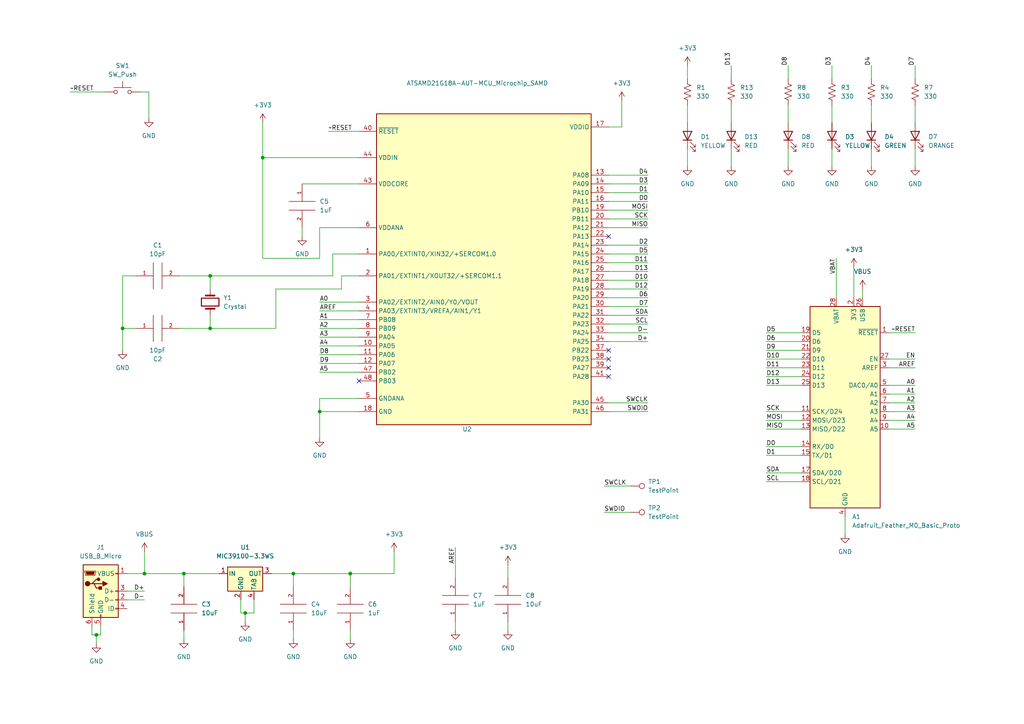
<source format=kicad_sch>
(kicad_sch (version 20211123) (generator eeschema)
  (paper "A4")
  (lib_symbols
    (symbol "Connector:TestPoint" (pin_numbers hide) (pin_names (offset 0.762) hide)
      (property "Reference" "TP" (at 0 6.858 0))
      (property "Value" "TestPoint" (at 0 5.08 0))
      (symbol "TestPoint_0_1"
        (circle (center 0 3.302) (radius 0.762))
      )
      (symbol "TestPoint_1_1"
        (pin passive line (at 0 0 90) (length 2.54) (name "1") (number "1"))
      )
    )
    (symbol "Connector:USB_B_Micro" (pin_names (offset 1.016))
      (property "Reference" "J" (at -5.08 11.43 0))
      (property "Value" "USB_B_Micro" (at -5.08 8.89 0))
      (symbol "USB_B_Micro_0_1"
        (rectangle (start -5.08 -7.62) (end 5.08 7.62) (stroke (width 0.254)) (fill (type background)))
        (circle (center -3.81 2.159) (radius 0.635) (stroke (width 0.254)) (fill (type outline)))
        (circle (center -0.635 3.429) (radius 0.381) (stroke (width 0.254)) (fill (type outline)))
        (rectangle (start -0.127 -7.62) (end 0.127 -6.858))
        (polyline (pts (xy -1.905 2.159) (xy 0.635 2.159)) (stroke (width 0.254)))
        (polyline (pts (xy -3.175 2.159) (xy -2.54 2.159) (xy -1.27 3.429) (xy -0.635 3.429)) (stroke (width 0.254)))
        (polyline (pts (xy -2.54 2.159) (xy -1.905 2.159) (xy -1.27 0.889) (xy 0 0.889)) (stroke (width 0.254)))
        (polyline (pts (xy 0.635 2.794) (xy 0.635 1.524) (xy 1.905 2.159) (xy 0.635 2.794)) (stroke (width 0.254)) (fill (type outline)))
        (polyline (pts (xy -4.318 5.588) (xy -1.778 5.588) (xy -2.032 4.826) (xy -4.064 4.826) (xy -4.318 5.588)) (fill (type outline)))
        (polyline (pts (xy -4.699 5.842) (xy -4.699 5.588) (xy -4.445 4.826) (xy -4.445 4.572) (xy -1.651 4.572) (xy -1.651 4.826) (xy -1.397 5.588) (xy -1.397 5.842) (xy -4.699 5.842)))
        (rectangle (start 0.254 1.27) (end -0.508 0.508) (stroke (width 0.254)) (fill (type outline)))
        (rectangle (start 5.08 -5.207) (end 4.318 -4.953))
        (rectangle (start 5.08 -2.667) (end 4.318 -2.413))
        (rectangle (start 5.08 -0.127) (end 4.318 0.127))
        (rectangle (start 5.08 4.953) (end 4.318 5.207))
      )
      (symbol "USB_B_Micro_1_1"
        (pin power_out line (at 7.62 5.08 180) (length 2.54) (name "VBUS") (number "1"))
        (pin bidirectional line (at 7.62 -2.54 180) (length 2.54) (name "D-") (number "2"))
        (pin bidirectional line (at 7.62 0 180) (length 2.54) (name "D+") (number "3"))
        (pin passive line (at 7.62 -5.08 180) (length 2.54) (name "ID") (number "4"))
        (pin power_out line (at 0 -10.16 90) (length 2.54) (name "GND") (number "5"))
        (pin passive line (at -2.54 -10.16 90) (length 2.54) (name "Shield") (number "6"))
      )
    )
    (symbol "Device:Crystal" (pin_numbers hide) (pin_names (offset 1.016) hide)
      (property "Reference" "Y" (at 0 3.81 0))
      (property "Value" "Crystal" (at 0 -3.81 0))
      (symbol "Crystal_0_1"
        (rectangle (start -1.143 2.54) (end 1.143 -2.54) (stroke (width 0.3048)))
        (polyline (pts (xy -2.54 0) (xy -1.905 0)))
        (polyline (pts (xy -1.905 -1.27) (xy -1.905 1.27)) (stroke (width 0.508)))
        (polyline (pts (xy 1.905 -1.27) (xy 1.905 1.27)) (stroke (width 0.508)))
        (polyline (pts (xy 2.54 0) (xy 1.905 0)))
      )
      (symbol "Crystal_1_1"
        (pin passive line (at -3.81 0 0) (length 1.27) (name "1") (number "1"))
        (pin passive line (at 3.81 0 180) (length 1.27) (name "2") (number "2"))
      )
    )
    (symbol "Device:LED" (pin_numbers hide) (pin_names (offset 1.016) hide)
      (property "Reference" "D" (at 0 2.54 0))
      (property "Value" "LED" (at 0 -2.54 0))
      (symbol "LED_0_1"
        (polyline (pts (xy -1.27 -1.27) (xy -1.27 1.27)) (stroke (width 0.254)))
        (polyline (pts (xy -1.27 0) (xy 1.27 0)))
        (polyline (pts (xy 1.27 -1.27) (xy 1.27 1.27) (xy -1.27 0) (xy 1.27 -1.27)) (stroke (width 0.254)))
        (polyline (pts (xy -3.048 -0.762) (xy -4.572 -2.286) (xy -3.81 -2.286) (xy -4.572 -2.286) (xy -4.572 -1.524)))
        (polyline (pts (xy -1.778 -0.762) (xy -3.302 -2.286) (xy -2.54 -2.286) (xy -3.302 -2.286) (xy -3.302 -1.524)))
      )
      (symbol "LED_1_1"
        (pin passive line (at -3.81 0 0) (length 2.54) (name "K") (number "1"))
        (pin passive line (at 3.81 0 180) (length 2.54) (name "A") (number "2"))
      )
    )
    (symbol "Device:R_US" (pin_numbers hide) (pin_names (offset 0))
      (property "Reference" "R" (at 2.54 0 90))
      (property "Value" "R_US" (at -2.54 0 90))
      (symbol "R_US_0_1"
        (polyline (pts (xy 0 -2.286) (xy 0 -2.54)))
        (polyline (pts (xy 0 2.286) (xy 0 2.54)))
        (polyline (pts (xy 0 -0.762) (xy 1.016 -1.143) (xy 0 -1.524) (xy -1.016 -1.905) (xy 0 -2.286)))
        (polyline (pts (xy 0 0.762) (xy 1.016 0.381) (xy 0 0) (xy -1.016 -0.381) (xy 0 -0.762)))
        (polyline (pts (xy 0 2.286) (xy 1.016 1.905) (xy 0 1.524) (xy -1.016 1.143) (xy 0 0.762)))
      )
      (symbol "R_US_1_1"
        (pin passive line (at 0 3.81 270) (length 1.27) (name "~") (number "1"))
        (pin passive line (at 0 -3.81 90) (length 1.27) (name "~") (number "2"))
      )
    )
    (symbol "MCU_Module:Adafruit_Feather_M0_Basic_Proto"
      (property "Reference" "A" (at -10.16 29.21 0))
      (property "Value" "Adafruit_Feather_M0_Basic_Proto" (at 2.54 -31.75 0))
      (symbol "Adafruit_Feather_M0_Basic_Proto_0_1"
        (rectangle (start -10.16 27.94) (end 10.16 -30.48) (stroke (width 0.254)) (fill (type background)))
      )
      (symbol "Adafruit_Feather_M0_Basic_Proto_1_1"
        (pin input line (at 12.7 20.32 180) (length 2.54) (name "~{RESET}") (number "1"))
        (pin bidirectional line (at 12.7 -7.62 180) (length 2.54) (name "A5") (number "10"))
        (pin bidirectional line (at -12.7 -2.54 0) (length 2.54) (name "SCK/D24") (number "11"))
        (pin bidirectional line (at -12.7 -5.08 0) (length 2.54) (name "MOSI/D23") (number "12"))
        (pin bidirectional line (at -12.7 -7.62 0) (length 2.54) (name "MISO/D22") (number "13"))
        (pin bidirectional line (at -12.7 -12.7 0) (length 2.54) (name "RX/D0") (number "14"))
        (pin bidirectional line (at -12.7 -15.24 0) (length 2.54) (name "TX/D1") (number "15"))
        (pin passive line (at 0 -33.02 90) (length 2.54) hide (name "GND") (number "16"))
        (pin bidirectional line (at -12.7 -20.32 0) (length 2.54) (name "SDA/D20") (number "17"))
        (pin bidirectional line (at -12.7 -22.86 0) (length 2.54) (name "SCL/D21") (number "18"))
        (pin bidirectional line (at -12.7 20.32 0) (length 2.54) (name "D5") (number "19"))
        (pin power_in line (at 2.54 30.48 270) (length 2.54) (name "3V3") (number "2"))
        (pin bidirectional line (at -12.7 17.78 0) (length 2.54) (name "D6") (number "20"))
        (pin bidirectional line (at -12.7 15.24 0) (length 2.54) (name "D9") (number "21"))
        (pin bidirectional line (at -12.7 12.7 0) (length 2.54) (name "D10") (number "22"))
        (pin bidirectional line (at -12.7 10.16 0) (length 2.54) (name "D11") (number "23"))
        (pin bidirectional line (at -12.7 7.62 0) (length 2.54) (name "D12") (number "24"))
        (pin bidirectional line (at -12.7 5.08 0) (length 2.54) (name "D13") (number "25"))
        (pin power_in line (at 5.08 30.48 270) (length 2.54) (name "USB") (number "26"))
        (pin input line (at 12.7 12.7 180) (length 2.54) (name "EN") (number "27"))
        (pin power_in line (at -2.54 30.48 270) (length 2.54) (name "VBAT") (number "28"))
        (pin input line (at 12.7 10.16 180) (length 2.54) (name "AREF") (number "3"))
        (pin power_in line (at 0 -33.02 90) (length 2.54) (name "GND") (number "4"))
        (pin bidirectional line (at 12.7 5.08 180) (length 2.54) (name "DAC0/A0") (number "5"))
        (pin bidirectional line (at 12.7 2.54 180) (length 2.54) (name "A1") (number "6"))
        (pin bidirectional line (at 12.7 0 180) (length 2.54) (name "A2") (number "7"))
        (pin bidirectional line (at 12.7 -2.54 180) (length 2.54) (name "A3") (number "8"))
        (pin bidirectional line (at 12.7 -5.08 180) (length 2.54) (name "A4") (number "9"))
      )
    )
    (symbol "Regulator_Linear:L7805" (pin_names (offset 0.254))
      (property "Reference" "U?" (at 0 7.62 0))
      (property "Value" "MIC39100-3.3WS" (at 0 5.08 0))
      (symbol "L7805_0_1"
        (rectangle (start -5.08 1.905) (end 5.08 -5.08) (stroke (width 0.254)) (fill (type background)))
      )
      (symbol "L7805_1_1"
        (pin power_in line (at -7.62 0 0) (length 2.54) (name "IN") (number "1"))
        (pin power_in line (at -1.27 -7.62 90) (length 2.54) (name "GND") (number "2"))
        (pin power_out line (at 7.62 0 180) (length 2.54) (name "OUT") (number "3"))
        (pin input line (at 2.54 -7.62 90) (length 2.54) (name "TAB") (number "4"))
      )
    )
    (symbol "Switch:SW_Push" (pin_numbers hide) (pin_names (offset 1.016) hide)
      (property "Reference" "SW" (at 1.27 2.54 0))
      (property "Value" "SW_Push" (at 0 -1.524 0))
      (symbol "SW_Push_0_1"
        (circle (center -2.032 0) (radius 0.508))
        (polyline (pts (xy 0 1.27) (xy 0 3.048)))
        (polyline (pts (xy 2.54 1.27) (xy -2.54 1.27)))
        (circle (center 2.032 0) (radius 0.508))
        (pin passive line (at -5.08 0 0) (length 2.54) (name "1") (number "1"))
        (pin passive line (at 5.08 0 180) (length 2.54) (name "2") (number "2"))
      )
    )
    (symbol "power:+3.3V" (power) (pin_names (offset 0))
      (property "Value" "+3.3V" (at 0 3.556 0))
      (symbol "+3.3V_0_1"
        (polyline (pts (xy -0.762 1.27) (xy 0 2.54)))
        (polyline (pts (xy 0 0) (xy 0 2.54)))
        (polyline (pts (xy 0 2.54) (xy 0.762 1.27)))
      )
      (symbol "+3.3V_1_1"
        (pin power_in line (at 0 0 90) (length 0) hide (name "+3V3") (number "1"))
      )
    )
    (symbol "power:GND" (power) (pin_names (offset 0))
      (property "Value" "GND" (at 0 -3.81 0))
      (symbol "GND_0_1"
        (polyline (pts (xy 0 0) (xy 0 -1.27) (xy 1.27 -1.27) (xy 0 -2.54) (xy -1.27 -1.27) (xy 0 -1.27)))
      )
      (symbol "GND_1_1"
        (pin power_in line (at 0 0 270) (length 0) hide (name "GND") (number "1"))
      )
    )
    (symbol "power:VBUS" (power) (pin_names (offset 0))
      (property "Value" "VBUS" (at 0 3.81 0))
      (symbol "VBUS_0_1"
        (polyline (pts (xy -0.762 1.27) (xy 0 2.54)))
        (polyline (pts (xy 0 0) (xy 0 2.54)))
        (polyline (pts (xy 0 2.54) (xy 0.762 1.27)))
      )
      (symbol "VBUS_1_1"
        (pin power_in line (at 0 0 90) (length 0) hide (name "VBUS") (number "1"))
      )
    )
    (symbol "pspice:C" (pin_names (offset 0.254))
      (property "Reference" "C" (at 2.54 3.81 90))
      (property "Value" "C" (at 2.54 -3.81 90))
      (symbol "C_0_1"
        (polyline (pts (xy -3.81 -1.27) (xy 3.81 -1.27)))
        (polyline (pts (xy -3.81 1.27) (xy 3.81 1.27)))
      )
      (symbol "C_1_1"
        (pin passive line (at 0 6.35 270) (length 5.08) (name "~") (number "1"))
        (pin passive line (at 0 -6.35 90) (length 5.08) (name "~") (number "2"))
      )
    )
    (symbol "samd21:ATSAMD21G18A-AUT-MCU_Microchip_SAMD"
      (property "Reference" "U" (at 2.54 45.72 0))
      (property "Value" "ATSAMD21G18A-AUT-MCU_Microchip_SAMD" (at 8.89 52.07 0))
      (symbol "ATSAMD21G18A-AUT-MCU_Microchip_SAMD_0_1"
        (rectangle (start -20.32 43.18) (end 41.91 -46.99) (stroke (width 0.254)) (fill (type background)))
      )
      (symbol "ATSAMD21G18A-AUT-MCU_Microchip_SAMD_1_1"
        (pin bidirectional line (at -25.4 2.54 0) (length 5.08) (name "PA00/EXTINT0/XIN32/+SERCOM1.0") (number "1"))
        (pin bidirectional line (at -25.4 -24.13 0) (length 5.08) (name "PA05") (number "10"))
        (pin bidirectional line (at -25.4 -26.67 0) (length 5.08) (name "PA06") (number "11"))
        (pin bidirectional line (at -25.4 -29.21 0) (length 5.08) (name "PA07") (number "12"))
        (pin bidirectional line (at 46.99 25.4 180) (length 5.08) (name "PA08") (number "13"))
        (pin bidirectional line (at 46.99 22.86 180) (length 5.08) (name "PA09") (number "14"))
        (pin bidirectional line (at 46.99 20.32 180) (length 5.08) (name "PA10") (number "15"))
        (pin bidirectional line (at 46.99 17.78 180) (length 5.08) (name "PA11") (number "16"))
        (pin power_in line (at 46.99 39.37 180) (length 5.08) (name "VDDIO") (number "17"))
        (pin power_in line (at -25.4 -43.18 0) (length 5.08) (name "GND") (number "18"))
        (pin bidirectional line (at 46.99 15.24 180) (length 5.08) (name "PB10") (number "19"))
        (pin bidirectional line (at -25.4 -3.81 0) (length 5.08) (name "PA01/EXTINT1/XOUT32/+SERCOM1.1") (number "2"))
        (pin bidirectional line (at 46.99 12.7 180) (length 5.08) (name "PB11") (number "20"))
        (pin bidirectional line (at 46.99 10.16 180) (length 5.08) (name "PA12") (number "21"))
        (pin bidirectional line (at 46.99 7.62 180) (length 5.08) (name "PA13") (number "22"))
        (pin bidirectional line (at 46.99 5.08 180) (length 5.08) (name "PA14") (number "23"))
        (pin bidirectional line (at 46.99 2.54 180) (length 5.08) (name "PA15") (number "24"))
        (pin bidirectional line (at 46.99 0 180) (length 5.08) (name "PA16") (number "25"))
        (pin bidirectional line (at 46.99 -2.54 180) (length 5.08) (name "PA17") (number "26"))
        (pin bidirectional line (at 46.99 -5.08 180) (length 5.08) (name "PA18") (number "27"))
        (pin bidirectional line (at 46.99 -7.62 180) (length 5.08) (name "PA19") (number "28"))
        (pin bidirectional line (at 46.99 -10.16 180) (length 5.08) (name "PA20") (number "29"))
        (pin bidirectional line (at -25.4 -11.43 0) (length 5.08) (name "PA02/EXTINT2/AIN0/Y0/VOUT") (number "3"))
        (pin bidirectional line (at 46.99 -12.7 180) (length 5.08) (name "PA21") (number "30"))
        (pin bidirectional line (at 46.99 -15.24 180) (length 5.08) (name "PA22") (number "31"))
        (pin bidirectional line (at 46.99 -17.78 180) (length 5.08) (name "PA23") (number "32"))
        (pin bidirectional line (at 46.99 -20.32 180) (length 5.08) (name "PA24") (number "33"))
        (pin bidirectional line (at 46.99 -22.86 180) (length 5.08) (name "PA25") (number "34"))
        (pin passive line (at -25.4 -43.18 0) (length 5.08) hide (name "GND") (number "35"))
        (pin passive line (at 46.99 39.37 180) (length 5.08) hide (name "VDDIO") (number "36"))
        (pin bidirectional line (at 46.99 -25.4 180) (length 5.08) (name "PB22") (number "37"))
        (pin bidirectional line (at 46.99 -27.94 180) (length 5.08) (name "PB23") (number "38"))
        (pin bidirectional line (at 46.99 -30.48 180) (length 5.08) (name "PA27") (number "39"))
        (pin bidirectional line (at -25.4 -13.97 0) (length 5.08) (name "PA03/EXTINT3/VREFA/AIN1/Y1") (number "4"))
        (pin input line (at -25.4 38.1 0) (length 5.08) (name "~{RESET}") (number "40"))
        (pin bidirectional line (at 46.99 -33.02 180) (length 5.08) (name "PA28") (number "41"))
        (pin passive line (at -25.4 -43.18 0) (length 5.08) hide (name "GND") (number "42"))
        (pin power_out line (at -25.4 22.86 0) (length 5.08) (name "VDDCORE") (number "43"))
        (pin power_in line (at -25.4 30.48 0) (length 5.08) (name "VDDIN") (number "44"))
        (pin bidirectional line (at 46.99 -40.64 180) (length 5.08) (name "PA30") (number "45"))
        (pin bidirectional line (at 46.99 -43.18 180) (length 5.08) (name "PA31") (number "46"))
        (pin bidirectional line (at -25.4 -31.75 0) (length 5.08) (name "PB02") (number "47"))
        (pin bidirectional line (at -25.4 -34.29 0) (length 5.08) (name "PB03") (number "48"))
        (pin power_in line (at -25.4 -39.37 0) (length 5.08) (name "GNDANA") (number "5"))
        (pin power_in line (at -25.4 10.16 0) (length 5.08) (name "VDDANA") (number "6"))
        (pin bidirectional line (at -25.4 -16.51 0) (length 5.08) (name "PB08") (number "7"))
        (pin bidirectional line (at -25.4 -19.05 0) (length 5.08) (name "PB09") (number "8"))
        (pin bidirectional line (at -25.4 -21.59 0) (length 5.08) (name "PA04") (number "9"))
      )
    )
  )
  (junction (at 41.91 166.37))
  (junction (at 101.6 166.37))
  (junction (at 71.12 177.8))
  (junction (at 85.09 166.37))
  (junction (at 60.96 80.01))
  (junction (at 35.56 95.25))
  (junction (at 92.71 119.38))
  (junction (at 60.96 95.25))
  (junction (at 76.2 45.72))
  (junction (at 53.34 166.37))
  (junction (at 27.94 184.15))
  (no_connect (at 104.14 110.49))
  (no_connect (at 176.53 104.14))
  (no_connect (at 176.53 101.6))
  (no_connect (at 176.53 106.68))
  (no_connect (at 176.53 109.22))
  (no_connect (at 176.53 68.58))
  (wire (pts (xy 92.71 119.38) (xy 92.71 127)))
  (wire (pts (xy 36.83 173.99) (xy 41.91 173.99)))
  (wire (pts (xy 41.91 166.37) (xy 53.34 166.37)))
  (wire (pts (xy 176.53 91.44) (xy 187.96 91.44)))
  (wire (pts (xy 52.07 80.01) (xy 60.96 80.01)))
  (wire (pts (xy 176.53 81.28) (xy 187.96 81.28)))
  (wire (pts (xy 176.53 60.96) (xy 187.96 60.96)))
  (wire (pts (xy 176.53 99.06) (xy 187.96 99.06)))
  (wire (pts (xy 199.39 19.05) (xy 199.39 22.86)))
  (wire (pts (xy 114.3 160.02) (xy 114.3 166.37)))
  (wire (pts (xy 222.25 139.7) (xy 232.41 139.7)))
  (wire (pts (xy 104.14 53.34) (xy 87.63 53.34)))
  (wire (pts (xy 69.85 177.8) (xy 71.12 177.8)))
  (wire (pts (xy 92.71 90.17) (xy 104.14 90.17)))
  (wire (pts (xy 73.66 177.8) (xy 73.66 173.99)))
  (wire (pts (xy 80.01 83.82) (xy 80.01 95.25)))
  (wire (pts (xy 265.43 43.18) (xy 265.43 48.26)))
  (wire (pts (xy 20.32 26.67) (xy 30.48 26.67)))
  (wire (pts (xy 41.91 160.02) (xy 41.91 166.37)))
  (wire (pts (xy 35.56 95.25) (xy 35.56 101.6)))
  (wire (pts (xy 252.73 19.05) (xy 252.73 22.86)))
  (wire (pts (xy 222.25 111.76) (xy 232.41 111.76)))
  (wire (pts (xy 92.71 97.79) (xy 104.14 97.79)))
  (wire (pts (xy 43.18 26.67) (xy 43.18 34.29)))
  (wire (pts (xy 69.85 173.99) (xy 69.85 177.8)))
  (wire (pts (xy 222.25 109.22) (xy 232.41 109.22)))
  (wire (pts (xy 53.34 182.88) (xy 53.34 185.42)))
  (wire (pts (xy 176.53 83.82) (xy 187.96 83.82)))
  (wire (pts (xy 27.94 184.15) (xy 29.21 184.15)))
  (wire (pts (xy 176.53 86.36) (xy 187.96 86.36)))
  (wire (pts (xy 92.71 119.38) (xy 104.14 119.38)))
  (wire (pts (xy 92.71 74.93) (xy 76.2 74.93)))
  (wire (pts (xy 104.14 115.57) (xy 92.71 115.57)))
  (wire (pts (xy 257.81 121.92) (xy 265.43 121.92)))
  (wire (pts (xy 71.12 177.8) (xy 73.66 177.8)))
  (wire (pts (xy 222.25 99.06) (xy 232.41 99.06)))
  (wire (pts (xy 147.32 180.34) (xy 147.32 182.88)))
  (wire (pts (xy 92.71 107.95) (xy 104.14 107.95)))
  (wire (pts (xy 222.25 121.92) (xy 232.41 121.92)))
  (wire (pts (xy 222.25 124.46) (xy 232.41 124.46)))
  (wire (pts (xy 35.56 80.01) (xy 35.56 95.25)))
  (wire (pts (xy 87.63 66.04) (xy 87.63 68.58)))
  (wire (pts (xy 26.67 184.15) (xy 27.94 184.15)))
  (wire (pts (xy 85.09 166.37) (xy 101.6 166.37)))
  (wire (pts (xy 29.21 184.15) (xy 29.21 181.61)))
  (wire (pts (xy 176.53 78.74) (xy 187.96 78.74)))
  (wire (pts (xy 92.71 92.71) (xy 104.14 92.71)))
  (wire (pts (xy 26.67 181.61) (xy 26.67 184.15)))
  (wire (pts (xy 101.6 166.37) (xy 101.6 170.18)))
  (wire (pts (xy 132.08 158.75) (xy 132.08 167.64)))
  (wire (pts (xy 104.14 80.01) (xy 99.06 80.01)))
  (wire (pts (xy 222.25 101.6) (xy 232.41 101.6)))
  (wire (pts (xy 212.09 19.05) (xy 212.09 22.86)))
  (wire (pts (xy 132.08 180.34) (xy 132.08 182.88)))
  (wire (pts (xy 176.53 55.88) (xy 187.96 55.88)))
  (wire (pts (xy 176.53 116.84) (xy 187.96 116.84)))
  (wire (pts (xy 222.25 104.14) (xy 232.41 104.14)))
  (wire (pts (xy 257.81 119.38) (xy 265.43 119.38)))
  (wire (pts (xy 228.6 19.05) (xy 228.6 22.86)))
  (wire (pts (xy 222.25 96.52) (xy 232.41 96.52)))
  (wire (pts (xy 76.2 45.72) (xy 104.14 45.72)))
  (wire (pts (xy 176.53 96.52) (xy 187.96 96.52)))
  (wire (pts (xy 257.81 124.46) (xy 265.43 124.46)))
  (wire (pts (xy 222.25 129.54) (xy 232.41 129.54)))
  (wire (pts (xy 27.94 184.15) (xy 27.94 186.69)))
  (wire (pts (xy 99.06 80.01) (xy 99.06 83.82)))
  (wire (pts (xy 92.71 87.63) (xy 104.14 87.63)))
  (wire (pts (xy 95.25 38.1) (xy 104.14 38.1)))
  (wire (pts (xy 36.83 166.37) (xy 41.91 166.37)))
  (wire (pts (xy 176.53 73.66) (xy 187.96 73.66)))
  (wire (pts (xy 176.53 88.9) (xy 187.96 88.9)))
  (wire (pts (xy 199.39 43.18) (xy 199.39 48.26)))
  (wire (pts (xy 60.96 91.44) (xy 60.96 95.25)))
  (wire (pts (xy 257.81 114.3) (xy 265.43 114.3)))
  (wire (pts (xy 60.96 95.25) (xy 80.01 95.25)))
  (wire (pts (xy 252.73 43.18) (xy 252.73 48.26)))
  (wire (pts (xy 241.3 19.05) (xy 241.3 22.86)))
  (wire (pts (xy 96.52 80.01) (xy 60.96 80.01)))
  (wire (pts (xy 76.2 35.56) (xy 76.2 45.72)))
  (wire (pts (xy 92.71 105.41) (xy 104.14 105.41)))
  (wire (pts (xy 176.53 66.04) (xy 187.96 66.04)))
  (wire (pts (xy 101.6 166.37) (xy 114.3 166.37)))
  (wire (pts (xy 180.34 29.21) (xy 180.34 36.83)))
  (wire (pts (xy 176.53 58.42) (xy 187.96 58.42)))
  (wire (pts (xy 180.34 36.83) (xy 176.53 36.83)))
  (wire (pts (xy 40.64 26.67) (xy 43.18 26.67)))
  (wire (pts (xy 147.32 163.83) (xy 147.32 167.64)))
  (wire (pts (xy 78.74 166.37) (xy 85.09 166.37)))
  (wire (pts (xy 241.3 43.18) (xy 241.3 48.26)))
  (wire (pts (xy 53.34 166.37) (xy 53.34 170.18)))
  (wire (pts (xy 245.11 149.86) (xy 245.11 154.94)))
  (wire (pts (xy 92.71 102.87) (xy 104.14 102.87)))
  (wire (pts (xy 247.65 77.47) (xy 247.65 86.36)))
  (wire (pts (xy 265.43 30.48) (xy 265.43 35.56)))
  (wire (pts (xy 92.71 95.25) (xy 104.14 95.25)))
  (wire (pts (xy 257.81 104.14) (xy 265.43 104.14)))
  (wire (pts (xy 257.81 111.76) (xy 265.43 111.76)))
  (wire (pts (xy 212.09 43.18) (xy 212.09 48.26)))
  (wire (pts (xy 85.09 166.37) (xy 85.09 170.18)))
  (wire (pts (xy 176.53 53.34) (xy 187.96 53.34)))
  (wire (pts (xy 99.06 83.82) (xy 80.01 83.82)))
  (wire (pts (xy 222.25 106.68) (xy 232.41 106.68)))
  (wire (pts (xy 176.53 119.38) (xy 187.96 119.38)))
  (wire (pts (xy 92.71 66.04) (xy 92.71 74.93)))
  (wire (pts (xy 53.34 166.37) (xy 63.5 166.37)))
  (wire (pts (xy 92.71 100.33) (xy 104.14 100.33)))
  (wire (pts (xy 175.26 140.97) (xy 182.88 140.97)))
  (wire (pts (xy 176.53 50.8) (xy 187.96 50.8)))
  (wire (pts (xy 199.39 30.48) (xy 199.39 35.56)))
  (wire (pts (xy 222.25 132.08) (xy 232.41 132.08)))
  (wire (pts (xy 250.19 83.82) (xy 250.19 86.36)))
  (wire (pts (xy 252.73 30.48) (xy 252.73 35.56)))
  (wire (pts (xy 228.6 43.18) (xy 228.6 48.26)))
  (wire (pts (xy 228.6 30.48) (xy 228.6 35.56)))
  (wire (pts (xy 76.2 45.72) (xy 76.2 74.93)))
  (wire (pts (xy 212.09 30.48) (xy 212.09 35.56)))
  (wire (pts (xy 104.14 73.66) (xy 96.52 73.66)))
  (wire (pts (xy 39.37 80.01) (xy 35.56 80.01)))
  (wire (pts (xy 176.53 76.2) (xy 187.96 76.2)))
  (wire (pts (xy 222.25 137.16) (xy 232.41 137.16)))
  (wire (pts (xy 257.81 96.52) (xy 265.43 96.52)))
  (wire (pts (xy 176.53 63.5) (xy 187.96 63.5)))
  (wire (pts (xy 36.83 171.45) (xy 41.91 171.45)))
  (wire (pts (xy 101.6 182.88) (xy 101.6 185.42)))
  (wire (pts (xy 257.81 116.84) (xy 265.43 116.84)))
  (wire (pts (xy 242.57 74.93) (xy 242.57 86.36)))
  (wire (pts (xy 176.53 71.12) (xy 187.96 71.12)))
  (wire (pts (xy 222.25 119.38) (xy 232.41 119.38)))
  (wire (pts (xy 104.14 66.04) (xy 92.71 66.04)))
  (wire (pts (xy 71.12 177.8) (xy 71.12 180.34)))
  (wire (pts (xy 265.43 19.05) (xy 265.43 22.86)))
  (wire (pts (xy 175.26 148.59) (xy 182.88 148.59)))
  (wire (pts (xy 60.96 80.01) (xy 60.96 83.82)))
  (wire (pts (xy 176.53 93.98) (xy 187.96 93.98)))
  (wire (pts (xy 241.3 30.48) (xy 241.3 35.56)))
  (wire (pts (xy 92.71 115.57) (xy 92.71 119.38)))
  (wire (pts (xy 60.96 95.25) (xy 52.07 95.25)))
  (wire (pts (xy 257.81 106.68) (xy 265.43 106.68)))
  (wire (pts (xy 85.09 182.88) (xy 85.09 185.42)))
  (wire (pts (xy 35.56 95.25) (xy 39.37 95.25)))
  (wire (pts (xy 96.52 73.66) (xy 96.52 80.01)))
  (label "D4" (at 252.73 19.05 90))
  (label "D+" (at 41.91 171.45 180))
  (label "D9" (at 222.25 101.6 0))
  (label "A3" (at 265.43 119.38 180))
  (label "SWCLK" (at 187.96 116.84 180))
  (label "SCL" (at 187.96 93.98 180))
  (label "A5" (at 265.43 124.46 180))
  (label "MISO" (at 187.96 66.04 180))
  (label "A1" (at 92.71 92.71 0))
  (label "SWDIO" (at 175.26 148.59 0))
  (label "A4" (at 92.71 100.33 0))
  (label "D13" (at 212.09 19.05 90))
  (label "D7" (at 187.96 88.9 180))
  (label "D5" (at 222.25 96.52 0))
  (label "A5" (at 92.71 107.95 0))
  (label "D1" (at 187.96 55.88 180))
  (label "~RESET" (at 20.32 26.67 0))
  (label "AREF" (at 265.43 106.68 180))
  (label "D10" (at 187.96 81.28 180))
  (label "SWCLK" (at 175.26 140.97 0))
  (label "D8" (at 228.6 19.05 90))
  (label "D3" (at 187.96 53.34 180))
  (label "MISO" (at 222.25 124.46 0))
  (label "D13" (at 222.25 111.76 0))
  (label "D12" (at 187.96 83.82 180))
  (label "D6" (at 187.96 86.36 180))
  (label "D11" (at 187.96 76.2 180))
  (label "SCL" (at 222.25 139.7 0))
  (label "D4" (at 187.96 50.8 180))
  (label "AREF" (at 92.71 90.17 0))
  (label "D5" (at 187.96 73.66 180))
  (label "D13" (at 187.96 78.74 180))
  (label "D0" (at 187.96 58.42 180))
  (label "SDA" (at 222.25 137.16 0))
  (label "MOSI" (at 222.25 121.92 0))
  (label "~RESET" (at 265.43 96.52 180))
  (label "MOSI" (at 187.96 60.96 180))
  (label "D1" (at 222.25 132.08 0))
  (label "EN" (at 265.43 104.14 180))
  (label "D6" (at 222.25 99.06 0))
  (label "A2" (at 92.71 95.25 0))
  (label "D9" (at 92.71 105.41 0))
  (label "D-" (at 187.96 96.52 180))
  (label "D0" (at 222.25 129.54 0))
  (label "D2" (at 187.96 71.12 180))
  (label "VBAT" (at 242.57 74.93 270))
  (label "A0" (at 92.71 87.63 0))
  (label "D3" (at 241.3 19.05 90))
  (label "SCK" (at 222.25 119.38 0))
  (label "SWDIO" (at 187.96 119.38 180))
  (label "A4" (at 265.43 121.92 180))
  (label "D7" (at 265.43 19.05 90))
  (label "D12" (at 222.25 109.22 0))
  (label "D8" (at 92.71 102.87 0))
  (label "A2" (at 265.43 116.84 180))
  (label "D11" (at 222.25 106.68 0))
  (label "~RESET" (at 95.25 38.1 0))
  (label "SCK" (at 187.96 63.5 180))
  (label "A3" (at 92.71 97.79 0))
  (label "A1" (at 265.43 114.3 180))
  (label "A0" (at 265.43 111.76 180))
  (label "D+" (at 187.96 99.06 180))
  (label "AREF" (at 132.08 158.75 270))
  (label "D10" (at 222.25 104.14 0))
  (label "SDA" (at 187.96 91.44 180))
  (label "D-" (at 41.91 173.99 180))
  (symbol (lib_id "Device:R_US") (at 199.39 26.67 0) (unit 1)
    (property "Reference" "R1" (at 201.93 25.3999 0) (effects (justify left)))
    (property "Value" "330" (at 201.93 27.9399 0) (effects (justify left)))
    (property "Footprint" "Resistor_SMD:R_0603_1608Metric_Pad0.98x0.95mm_HandSolder" (effects hide))
  )
  (symbol (lib_id "Device:LED") (at 228.6 39.37 90) (unit 1)
    (property "Reference" "D8" (at 232.41 39.6874 90) (effects (justify right)))
    (property "Value" "RED" (at 232.41 42.2274 90) (effects (justify right)))
    (property "Footprint" "LED_SMD:LED_0603_1608Metric_Pad1.05x0.95mm_HandSolder" (effects hide))
  )
  (symbol (lib_id "Device:R_US") (at 265.43 26.67 0) (unit 1)
    (property "Reference" "R7" (at 267.97 25.3999 0) (effects (justify left)))
    (property "Value" "330" (at 267.97 27.9399 0) (effects (justify left)))
    (property "Footprint" "Resistor_SMD:R_0603_1608Metric_Pad0.98x0.95mm_HandSolder" (effects hide))
  )
  (symbol (lib_id "Device:LED") (at 212.09 39.37 90) (unit 1)
    (property "Reference" "D13" (at 215.9 39.6874 90) (effects (justify right)))
    (property "Value" "RED" (at 215.9 42.2274 90) (effects (justify right)))
    (property "Footprint" "LED_SMD:LED_0603_1608Metric_Pad1.05x0.95mm_HandSolder" (effects hide))
  )
  (symbol (lib_id "power:GND") (at 212.09 48.26 0) (unit 1)
    (property "Reference" "#PWR0125" (effects hide))
    (property "Value" "GND" (at 212.09 53.34 0))
  )
  (symbol (lib_id "power:GND") (at 265.43 48.26 0) (unit 1)
    (property "Reference" "#PWR0123" (effects hide))
    (property "Value" "GND" (at 265.43 53.34 0))
  )
  (symbol (lib_id "power:GND") (at 92.71 127 0) (unit 1)
    (property "Reference" "#PWR0106" (effects hide))
    (property "Value" "GND" (at 92.71 132.08 0))
  )
  (symbol (lib_id "Device:R_US") (at 252.73 26.67 0) (unit 1)
    (property "Reference" "R4" (at 255.27 25.3999 0) (effects (justify left)))
    (property "Value" "330" (at 255.27 27.9399 0) (effects (justify left)))
    (property "Footprint" "Resistor_SMD:R_0603_1608Metric_Pad0.98x0.95mm_HandSolder" (effects hide))
  )
  (symbol (lib_id "power:GND") (at 147.32 182.88 0) (unit 1)
    (property "Reference" "#PWR0115" (effects hide))
    (property "Value" "GND" (at 147.32 187.96 0))
  )
  (symbol (lib_id "Device:LED") (at 241.3 39.37 90) (unit 1)
    (property "Reference" "D3" (at 245.11 39.6874 90) (effects (justify right)))
    (property "Value" "YELLOW" (at 245.11 42.2274 90) (effects (justify right)))
    (property "Footprint" "LED_SMD:LED_0603_1608Metric_Pad1.05x0.95mm_HandSolder" (effects hide))
  )
  (symbol (lib_id "Regulator_Linear:L7805") (at 71.12 166.37 0) (unit 1)
    (property "Reference" "U1" (at 71.12 158.75 0))
    (property "Value" "MIC39100-3.3WS" (at 71.12 161.29 0))
    (property "Footprint" "Package_TO_SOT_SMD:SOT-223" (effects hide))
    (property "Datasheet" "https://datasheet.octopart.com/MIC39100-3.3WS-Microchip-datasheet-26081.pdf" (effects hide))
  )
  (symbol (lib_id "samd21:ATSAMD21G18A-AUT-MCU_Microchip_SAMD") (at 129.54 76.2 0) (unit 1)
    (property "Reference" "U2" (at 134.0994 124.46 0) (effects (justify left)))
    (property "Value" "ATSAMD21G18A-AUT-MCU_Microchip_SAMD" (at 138.43 24.13 0))
    (property "Footprint" "Package_QFP:TQFP-48_7x7mm_P0.5mm" (effects hide))
    (property "Datasheet" "http://ww1.microchip.com/downloads/en/DeviceDoc/SAM_D21_DA1_Family_Data%20Sheet_DS40001882E.pdf" (effects hide))
  )
  (symbol (lib_id "power:GND") (at 35.56 101.6 0) (unit 1)
    (property "Reference" "#PWR0101" (effects hide))
    (property "Value" "GND" (at 35.56 106.68 0))
  )
  (symbol (lib_id "power:GND") (at 245.11 154.94 0) (unit 1)
    (property "Reference" "#PWR0120" (effects hide))
    (property "Value" "GND" (at 245.11 160.02 0))
  )
  (symbol (lib_id "pspice:C") (at 132.08 173.99 180) (unit 1)
    (property "Reference" "C7" (at 137.16 172.7199 0) (effects (justify right)))
    (property "Value" "1uF" (at 137.16 175.2599 0) (effects (justify right)))
    (property "Footprint" "Capacitor_SMD:C_0603_1608Metric_Pad1.08x0.95mm_HandSolder" (effects hide))
  )
  (symbol (lib_id "power:VBUS") (at 41.91 160.02 0) (unit 1)
    (property "Reference" "#PWR0107" (effects hide))
    (property "Value" "VBUS" (at 41.91 154.94 0))
  )
  (symbol (lib_id "Device:LED") (at 252.73 39.37 90) (unit 1)
    (property "Reference" "D4" (at 256.54 39.6874 90) (effects (justify right)))
    (property "Value" "GREEN" (at 256.54 42.2274 90) (effects (justify right)))
    (property "Footprint" "LED_SMD:LED_0603_1608Metric_Pad1.05x0.95mm_HandSolder" (effects hide))
  )
  (symbol (lib_id "pspice:C") (at 45.72 80.01 90) (unit 1)
    (property "Reference" "C1" (at 45.72 71.12 90))
    (property "Value" "10pF" (at 45.72 73.66 90))
    (property "Footprint" "Capacitor_SMD:C_0603_1608Metric_Pad1.08x0.95mm_HandSolder" (effects hide))
  )
  (symbol (lib_id "power:+3.3V") (at 199.39 19.05 0) (unit 1)
    (property "Reference" "#PWR0126" (effects hide))
    (property "Value" "+3.3V" (at 199.39 13.97 0))
  )
  (symbol (lib_id "Device:Crystal") (at 60.96 87.63 90) (unit 1)
    (property "Reference" "Y1" (at 64.77 86.3599 90) (effects (justify right)))
    (property "Value" "Crystal" (at 64.77 88.8999 90) (effects (justify right)))
    (property "Footprint" "Crystal:Crystal_SMD_3215-2Pin_3.2x1.5mm" (effects hide))
  )
  (symbol (lib_id "power:GND") (at 85.09 185.42 0) (unit 1)
    (property "Reference" "#PWR0113" (effects hide))
    (property "Value" "GND" (at 85.09 190.5 0))
  )
  (symbol (lib_id "Connector:TestPoint") (at 182.88 140.97 270) (unit 1)
    (property "Reference" "TP1" (at 187.96 139.6999 90) (effects (justify left)))
    (property "Value" "TestPoint" (at 187.96 142.2399 90) (effects (justify left)))
    (property "Footprint" "TestPoint:TestPoint_Pad_D1.0mm" (effects hide))
  )
  (symbol (lib_id "power:+3.3V") (at 114.3 160.02 0) (unit 1)
    (property "Reference" "#PWR0111" (effects hide))
    (property "Value" "+3.3V" (at 114.3 154.94 0))
  )
  (symbol (lib_id "pspice:C") (at 85.09 176.53 180) (unit 1)
    (property "Reference" "C4" (at 90.17 175.2599 0) (effects (justify right)))
    (property "Value" "10uF" (at 90.17 177.7999 0) (effects (justify right)))
    (property "Footprint" "Capacitor_SMD:C_0603_1608Metric_Pad1.08x0.95mm_HandSolder" (effects hide))
  )
  (symbol (lib_id "Device:R_US") (at 228.6 26.67 0) (unit 1)
    (property "Reference" "R8" (at 231.14 25.3999 0) (effects (justify left)))
    (property "Value" "330" (at 231.14 27.9399 0) (effects (justify left)))
    (property "Footprint" "Resistor_SMD:R_0603_1608Metric_Pad0.98x0.95mm_HandSolder" (effects hide))
  )
  (symbol (lib_id "power:GND") (at 87.63 68.58 0) (unit 1)
    (property "Reference" "#PWR0104" (effects hide))
    (property "Value" "GND" (at 87.63 73.66 0))
  )
  (symbol (lib_id "power:+3.3V") (at 147.32 163.83 0) (unit 1)
    (property "Reference" "#PWR0116" (effects hide))
    (property "Value" "+3.3V" (at 147.32 158.75 0))
  )
  (symbol (lib_id "Device:LED") (at 199.39 39.37 90) (unit 1)
    (property "Reference" "D1" (at 203.2 39.6874 90) (effects (justify right)))
    (property "Value" "YELLOW" (at 203.2 42.2274 90) (effects (justify right)))
    (property "Footprint" "LED_SMD:LED_0603_1608Metric_Pad1.05x0.95mm_HandSolder" (effects hide))
  )
  (symbol (lib_id "power:GND") (at 27.94 186.69 0) (unit 1)
    (property "Reference" "#PWR0110" (effects hide))
    (property "Value" "GND" (at 27.94 191.77 0))
  )
  (symbol (lib_id "power:GND") (at 71.12 180.34 0) (unit 1)
    (property "Reference" "#PWR0108" (effects hide))
    (property "Value" "GND" (at 71.12 185.42 0))
  )
  (symbol (lib_id "MCU_Module:Adafruit_Feather_M0_Basic_Proto") (at 245.11 116.84 0) (unit 1)
    (property "Reference" "A1" (at 247.1294 149.86 0) (effects (justify left)))
    (property "Value" "Adafruit_Feather_M0_Basic_Proto" (at 247.1294 152.4 0) (effects (justify left)))
    (property "Footprint" "Module:Adafruit_Feather_WithMountingHoles" (effects hide))
    (property "Datasheet" "https://cdn-learn.adafruit.com/downloads/pdf/adafruit-feather-m0-basic-proto.pdf" (effects hide))
  )
  (symbol (lib_id "pspice:C") (at 147.32 173.99 180) (unit 1)
    (property "Reference" "C8" (at 152.4 172.7199 0) (effects (justify right)))
    (property "Value" "10uF" (at 152.4 175.2599 0) (effects (justify right)))
    (property "Footprint" "Capacitor_SMD:C_0603_1608Metric_Pad1.08x0.95mm_HandSolder" (effects hide))
  )
  (symbol (lib_id "power:+3.3V") (at 76.2 35.56 0) (unit 1)
    (property "Reference" "#PWR0102" (effects hide))
    (property "Value" "+3.3V" (at 76.2 30.48 0))
  )
  (symbol (lib_id "power:GND") (at 53.34 185.42 0) (unit 1)
    (property "Reference" "#PWR0109" (effects hide))
    (property "Value" "GND" (at 53.34 190.5 0))
  )
  (symbol (lib_id "power:+3.3V") (at 247.65 77.47 0) (unit 1)
    (property "Reference" "#PWR0117" (effects hide))
    (property "Value" "+3.3V" (at 247.65 72.39 0))
  )
  (symbol (lib_id "Device:R_US") (at 241.3 26.67 0) (unit 1)
    (property "Reference" "R3" (at 243.84 25.3999 0) (effects (justify left)))
    (property "Value" "330" (at 243.84 27.9399 0) (effects (justify left)))
    (property "Footprint" "Resistor_SMD:R_0603_1608Metric_Pad0.98x0.95mm_HandSolder" (effects hide))
  )
  (symbol (lib_id "power:GND") (at 241.3 48.26 0) (unit 1)
    (property "Reference" "#PWR0121" (effects hide))
    (property "Value" "GND" (at 241.3 53.34 0))
  )
  (symbol (lib_id "pspice:C") (at 53.34 176.53 180) (unit 1)
    (property "Reference" "C3" (at 58.42 175.2599 0) (effects (justify right)))
    (property "Value" "10uF" (at 58.42 177.7999 0) (effects (justify right)))
    (property "Footprint" "Capacitor_SMD:C_0603_1608Metric_Pad1.08x0.95mm_HandSolder" (effects hide))
  )
  (symbol (lib_id "power:GND") (at 101.6 185.42 0) (unit 1)
    (property "Reference" "#PWR0114" (effects hide))
    (property "Value" "GND" (at 101.6 190.5 0))
  )
  (symbol (lib_id "power:GND") (at 43.18 34.29 0) (unit 1)
    (property "Reference" "#PWR0103" (effects hide))
    (property "Value" "GND" (at 43.18 39.37 0))
  )
  (symbol (lib_id "power:GND") (at 228.6 48.26 0) (unit 1)
    (property "Reference" "#PWR0124" (effects hide))
    (property "Value" "GND" (at 228.6 53.34 0))
  )
  (symbol (lib_id "pspice:C") (at 87.63 59.69 0) (unit 1)
    (property "Reference" "C5" (at 92.71 58.4199 0) (effects (justify left)))
    (property "Value" "1uF" (at 92.71 60.9599 0) (effects (justify left)))
    (property "Footprint" "Capacitor_SMD:C_0603_1608Metric_Pad1.08x0.95mm_HandSolder" (effects hide))
  )
  (symbol (lib_id "pspice:C") (at 101.6 176.53 180) (unit 1)
    (property "Reference" "C6" (at 106.68 175.2599 0) (effects (justify right)))
    (property "Value" "1uF" (at 106.68 177.7999 0) (effects (justify right)))
    (property "Footprint" "Capacitor_SMD:C_0603_1608Metric_Pad1.08x0.95mm_HandSolder" (effects hide))
  )
  (symbol (lib_id "power:GND") (at 132.08 182.88 0) (unit 1)
    (property "Reference" "#PWR0112" (effects hide))
    (property "Value" "GND" (at 132.08 187.96 0))
  )
  (symbol (lib_id "Device:LED") (at 265.43 39.37 90) (unit 1)
    (property "Reference" "D7" (at 269.24 39.6874 90) (effects (justify right)))
    (property "Value" "ORANGE" (at 269.24 42.2274 90) (effects (justify right)))
    (property "Footprint" "LED_SMD:LED_0603_1608Metric_Pad1.05x0.95mm_HandSolder" (effects hide))
  )
  (symbol (lib_id "Device:R_US") (at 212.09 26.67 0) (unit 1)
    (property "Reference" "R13" (at 214.63 25.3999 0) (effects (justify left)))
    (property "Value" "330" (at 214.63 27.9399 0) (effects (justify left)))
    (property "Footprint" "Resistor_SMD:R_0603_1608Metric_Pad0.98x0.95mm_HandSolder" (effects hide))
  )
  (symbol (lib_id "power:VBUS") (at 250.19 83.82 0) (unit 1)
    (property "Reference" "#PWR0118" (effects hide))
    (property "Value" "VBUS" (at 250.19 78.74 0))
  )
  (symbol (lib_id "power:GND") (at 252.73 48.26 0) (unit 1)
    (property "Reference" "#PWR0122" (effects hide))
    (property "Value" "GND" (at 252.73 53.34 0))
  )
  (symbol (lib_id "Connector:TestPoint") (at 182.88 148.59 270) (unit 1)
    (property "Reference" "TP2" (at 187.96 147.3199 90) (effects (justify left)))
    (property "Value" "TestPoint" (at 187.96 149.8599 90) (effects (justify left)))
    (property "Footprint" "TestPoint:TestPoint_Pad_D1.0mm" (effects hide))
  )
  (symbol (lib_id "Switch:SW_Push") (at 35.56 26.67 0) (unit 1)
    (property "Reference" "SW1" (at 35.56 19.05 0))
    (property "Value" "SW_Push" (at 35.56 21.59 0))
    (property "Footprint" "Button_Switch_SMD:SW_Push_1P1T_NO_CK_KMR2" (effects hide))
  )
  (symbol (lib_id "power:GND") (at 199.39 48.26 0) (unit 1)
    (property "Reference" "#PWR0119" (effects hide))
    (property "Value" "GND" (at 199.39 53.34 0))
  )
  (symbol (lib_id "Connector:USB_B_Micro") (at 29.21 171.45 0) (unit 1)
    (property "Reference" "J1" (at 29.21 158.75 0))
    (property "Value" "USB_B_Micro" (at 29.21 161.29 0))
    (property "Footprint" "Connector_USB:USB_Micro-B_Molex-105017-0001" (effects hide))
  )
  (symbol (lib_id "pspice:C") (at 45.72 95.25 90) (mirror x) (unit 1)
    (property "Reference" "C2" (at 45.72 104.14 90))
    (property "Value" "10pF" (at 45.72 101.6 90))
    (property "Footprint" "Capacitor_SMD:C_0603_1608Metric_Pad1.08x0.95mm_HandSolder" (effects hide))
  )
  (symbol (lib_id "power:+3.3V") (at 180.34 29.21 0) (unit 1)
    (property "Reference" "#PWR0105" (effects hide))
    (property "Value" "+3.3V" (at 180.34 24.13 0))
  )
)
</source>
